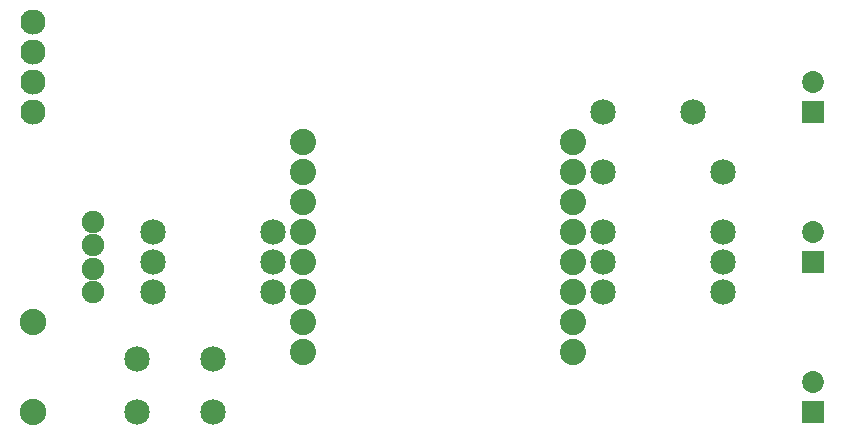
<source format=gts>
G04 MADE WITH FRITZING*
G04 WWW.FRITZING.ORG*
G04 DOUBLE SIDED*
G04 HOLES PLATED*
G04 CONTOUR ON CENTER OF CONTOUR VECTOR*
%ASAXBY*%
%FSLAX23Y23*%
%MOIN*%
%OFA0B0*%
%SFA1.0B1.0*%
%ADD10C,0.087778*%
%ADD11C,0.083889*%
%ADD12C,0.075000*%
%ADD13C,0.085000*%
%ADD14C,0.072992*%
%ADD15C,0.088000*%
%ADD16R,0.072992X0.072992*%
%LNMASK1*%
G90*
G70*
G54D10*
X1153Y1075D03*
X1153Y975D03*
X1153Y875D03*
X1153Y775D03*
X1153Y675D03*
X1153Y575D03*
X1153Y475D03*
X1153Y375D03*
X2053Y375D03*
X2053Y475D03*
X2053Y575D03*
X2053Y675D03*
X2053Y775D03*
X2053Y875D03*
X2053Y975D03*
X2053Y1075D03*
G54D11*
X253Y1175D03*
X253Y1275D03*
X253Y1375D03*
X253Y1475D03*
G54D12*
X453Y575D03*
X453Y654D03*
X453Y732D03*
X453Y811D03*
G54D13*
X2153Y1175D03*
X2453Y1175D03*
X853Y175D03*
X597Y175D03*
X853Y352D03*
X597Y352D03*
G54D14*
X2853Y176D03*
X2853Y275D03*
X2853Y676D03*
X2853Y775D03*
X2853Y1176D03*
X2853Y1275D03*
G54D15*
X253Y175D03*
X253Y475D03*
G54D13*
X653Y575D03*
X1053Y575D03*
X653Y675D03*
X1053Y675D03*
X653Y775D03*
X1053Y775D03*
X2153Y975D03*
X2553Y975D03*
X2153Y575D03*
X2553Y575D03*
X2153Y775D03*
X2553Y775D03*
X2153Y675D03*
X2553Y675D03*
G54D16*
X2853Y176D03*
X2853Y676D03*
X2853Y1176D03*
G04 End of Mask1*
M02*
</source>
